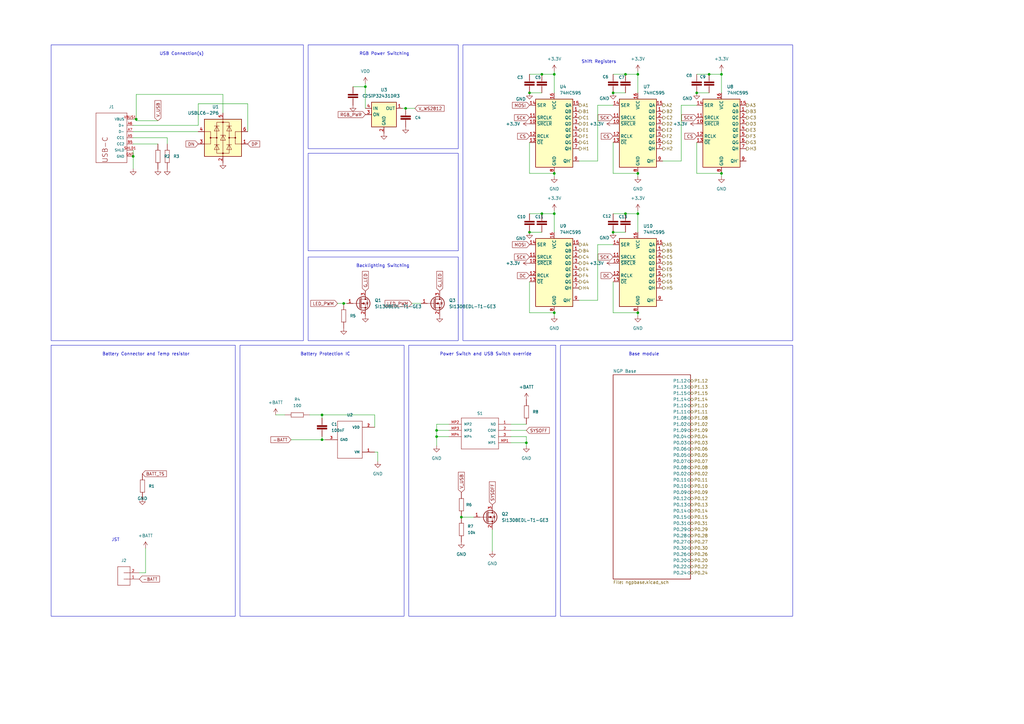
<source format=kicad_sch>
(kicad_sch (version 20231120) (generator "eeschema") (generator_version "8.0")
  (paper "A3")
  (title_block (title "Next Generation Platform Template") (date "2024-03-11") (rev "V1.0") (company "Polarity Works Ltd."))
  (lib_symbols
    (symbol "74xx:74HC595"
      (property "Reference" "U" (at -7.62 13.97 0))
      (property "Value" "74HC595" (at -7.62 -16.51 0))
      (symbol "74HC595_1_0"
        (pin tri_state line (at 10.16 7.62 180) (length 2.54) (name "QB") (number "1"))
        (pin input line (at -10.16 2.54 0) (length 2.54) (name "~{SRCLR}") (number "10"))
        (pin input line (at -10.16 5.08 0) (length 2.54) (name "SRCLK") (number "11"))
        (pin input line (at -10.16 -2.54 0) (length 2.54) (name "RCLK") (number "12"))
        (pin input line (at -10.16 -5.08 0) (length 2.54) (name "~{OE}") (number "13"))
        (pin input line (at -10.16 10.16 0) (length 2.54) (name "SER") (number "14"))
        (pin tri_state line (at 10.16 10.16 180) (length 2.54) (name "QA") (number "15"))
        (pin power_in line (at 0 15.24 270) (length 2.54) (name "VCC") (number "16"))
        (pin tri_state line (at 10.16 5.08 180) (length 2.54) (name "QC") (number "2"))
        (pin tri_state line (at 10.16 2.54 180) (length 2.54) (name "QD") (number "3"))
        (pin tri_state line (at 10.16 0 180) (length 2.54) (name "QE") (number "4"))
        (pin tri_state line (at 10.16 -2.54 180) (length 2.54) (name "QF") (number "5"))
        (pin tri_state line (at 10.16 -5.08 180) (length 2.54) (name "QG") (number "6"))
        (pin tri_state line (at 10.16 -7.62 180) (length 2.54) (name "QH") (number "7"))
        (pin power_in line (at 0 -17.78 90) (length 2.54) (name "GND") (number "8"))
        (pin output line (at 10.16 -12.7 180) (length 2.54) (name "QH'") (number "9"))
      )
      (symbol "74HC595_1_1"
        (rectangle (start -7.62 12.7) (end 7.62 -15.24) (stroke (width 0.254)) (fill (type background)))
      )
    )
    (symbol "ergo-pw:+3.3V" (power) (pin_names (offset 0))
      (property "Value" "+3.3V" (at 0 3.556 0))
      (symbol "+3.3V_0_1"
        (polyline (pts (xy -0.762 1.27) (xy 0 2.54)))
        (polyline (pts (xy 0 0) (xy 0 2.54)))
        (polyline (pts (xy 0 2.54) (xy 0.762 1.27)))
      )
      (symbol "+3.3V_1_1"
        (pin power_in line (at 0 0 90) (length 0) hide (name "+3.3V") (number "1"))
      )
    )
    (symbol "ergo-pw:+BATT" (power) (pin_names (offset 0))
      (property "Value" "+BATT" (at 0 3.556 0))
      (symbol "+BATT_0_1"
        (polyline (pts (xy -0.762 1.27) (xy 0 2.54)))
        (polyline (pts (xy 0 0) (xy 0 2.54)))
        (polyline (pts (xy 0 2.54) (xy 0.762 1.27)))
      )
      (symbol "+BATT_1_1"
        (pin power_in line (at 0 0 90) (length 0) hide (name "+BATT") (number "1"))
      )
    )
    (symbol "ergo-pw:BM02B-SRSS-TB" (pin_names (offset 1.016) hide)
      (property "Reference" "J" (at -1.27 3.302 0))
      (symbol "BM02B-SRSS-TB_1_0"
        (polyline (pts (xy -1.27 2.54) (xy -1.27 -5.08)))
        (polyline (pts (xy -1.27 2.54) (xy 3.81 2.54)))
        (polyline (pts (xy 1.27 -2.54) (xy 2.54 -2.54)))
        (polyline (pts (xy 1.27 0) (xy 2.54 0)))
        (polyline (pts (xy 3.81 -5.08) (xy -1.27 -5.08)))
        (polyline (pts (xy 3.81 -5.08) (xy 3.81 2.54)))
      )
      (symbol "BM02B-SRSS-TB_1_1"
        (pin passive line (at 7.62 -2.54 180) (length 5.08) (name "1") (number "1"))
        (pin passive line (at 7.62 0 180) (length 5.08) (name "2") (number "2"))
      )
    )
    (symbol "ergo-pw:C-EUC0603" (pin_numbers hide) (pin_names (offset 1.016) hide)
      (property "Reference" "C" (at 1.524 0.381 0))
      (symbol "C-EUC0603_1_0"
        (polyline (pts (xy 0 -2.54) (xy 0 -2.032)))
        (polyline (pts (xy 0 0) (xy 0 -0.508)))
      )
      (symbol "C-EUC0603_1_1"
        (rectangle (start -2.032 -2.032) (end 2.032 -1.524) (fill (type outline)))
        (rectangle (start -2.032 -1.016) (end 2.032 -0.508) (fill (type outline)))
        (pin passive line (at 0 2.54 270) (length 2.54) (name "1") (number "1"))
        (pin passive line (at 0 -5.08 90) (length 2.54) (name "2") (number "2"))
      )
    )
    (symbol "ergo-pw:GND" (power) (pin_numbers hide) (pin_names (offset 0) hide)
      (property "Value" "GND" (at 0 -3.81 0))
      (symbol "GND_0_1"
        (polyline (pts (xy 0 0) (xy 0 -1.27) (xy 1.27 -1.27) (xy 0 -2.54) (xy -1.27 -1.27) (xy 0 -1.27)))
      )
      (symbol "GND_1_1"
        (pin power_in line (at 0 0 270) (length 0) hide (name "GND") (number "1"))
      )
    )
    (symbol "ergo-pw:Q_NMOS_Depletion_GSD" (pin_names (offset 0) hide)
      (property "Reference" "Q" (at 5.08 1.905 0))
      (property "Value" "Q_NMOS_Depletion_GSD" (at 5.08 0 0))
      (symbol "Q_NMOS_Depletion_GSD_0_1"
        (polyline (pts (xy 0.254 0) (xy -2.54 0)))
        (polyline (pts (xy 0.254 1.905) (xy 0.254 -1.905)) (stroke (width 0.254)))
        (polyline (pts (xy 0.762 2.286) (xy 0.762 -2.286)) (stroke (width 0.254)))
        (polyline (pts (xy 2.54 2.54) (xy 2.54 1.778)))
        (polyline (pts (xy 2.54 -2.54) (xy 2.54 0) (xy 0.762 0)))
        (polyline (pts (xy 0.762 -1.778) (xy 3.302 -1.778) (xy 3.302 1.778) (xy 0.762 1.778)))
        (polyline (pts (xy 1.016 0) (xy 2.032 0.381) (xy 2.032 -0.381) (xy 1.016 0)) (fill (type outline)))
        (polyline (pts (xy 2.794 0.508) (xy 2.921 0.381) (xy 3.683 0.381) (xy 3.81 0.254)))
        (polyline (pts (xy 3.302 0.381) (xy 2.921 -0.254) (xy 3.683 -0.254) (xy 3.302 0.381)))
        (circle (center 1.651 0) (radius 2.794) (stroke (width 0.254)))
        (circle (center 2.54 -1.778) (radius 0.254) (fill (type outline)))
        (circle (center 2.54 1.778) (radius 0.254) (fill (type outline)))
      )
      (symbol "Q_NMOS_Depletion_GSD_1_1"
        (pin input line (at -5.08 0 0) (length 2.54) (name "G") (number "1"))
        (pin passive line (at 2.54 -5.08 90) (length 2.54) (name "S") (number "2"))
        (pin passive line (at 2.54 5.08 270) (length 2.54) (name "D") (number "3"))
      )
    )
    (symbol "ergo-pw:R-EU_R0603" (pin_numbers hide) (pin_names (offset 1.016) hide)
      (property "Reference" "R" (at -3.81 1.4986 0))
      (symbol "R-EU_R0603_1_0"
        (polyline (pts (xy -2.54 -0.889) (xy -2.54 0.889)))
        (polyline (pts (xy -2.54 -0.889) (xy 2.54 -0.889)))
        (polyline (pts (xy 2.54 -0.889) (xy 2.54 0.889)))
        (polyline (pts (xy 2.54 0.889) (xy -2.54 0.889)))
      )
      (symbol "R-EU_R0603_1_1"
        (pin passive line (at -5.08 0 0) (length 2.54) (name "1") (number "1"))
        (pin passive line (at 5.08 0 180) (length 2.54) (name "2") (number "2"))
      )
    )
    (symbol "ergo-pw:SK-3296S-01-L1" (pin_names (offset 1.016))
      (property "Reference" "S" (at 21.59 7.62 0))
      (property "Link" "https://lcsc.com/product-detail/Slide-Switches_span-style-background-color-ff0-XKB-span-span-style-background-color-ff0-Connectivity-span-SK-3296S-01-L2_C500051.html" (at 0 0 0))
      (symbol "SK-3296S-01-L1_1_0"
        (polyline (pts (xy 5.08 2.54) (xy 5.08 -10.16)))
        (polyline (pts (xy 5.08 2.54) (xy 20.32 2.54)))
        (polyline (pts (xy 20.32 -10.16) (xy 5.08 -10.16)))
        (polyline (pts (xy 20.32 -10.16) (xy 20.32 2.54)))
      )
      (symbol "SK-3296S-01-L1_1_1"
        (pin bidirectional line (at 0 0 0) (length 5.08) (name "NO") (number "1"))
        (pin bidirectional line (at 0 -2.54 0) (length 5.08) (name "COM") (number "2"))
        (pin unspecified line (at 0 -5.08 0) (length 5.08) (name "NC") (number "3"))
        (pin bidirectional line (at 0 -7.62 0) (length 5.08) (name "MP1") (number "MP1"))
        (pin bidirectional line (at 25.4 0 180) (length 5.08) (name "MP2") (number "MP2"))
        (pin bidirectional line (at 25.4 -2.54 180) (length 5.08) (name "MP3") (number "MP3"))
        (pin bidirectional line (at 25.4 -5.08 180) (length 5.08) (name "MP4") (number "MP4"))
      )
    )
    (symbol "ergo-pw:SiP32431DR3"
      (property "Reference" "U" (at 0 8.89 0))
      (property "Value" "SiP32431DR3" (at 0 6.35 0))
      (symbol "SiP32431DR3_0_1"
        (rectangle (start -5.08 5.08) (end 5.08 -5.08) (stroke (width 0.254)) (fill (type background)))
      )
      (symbol "SiP32431DR3_1_1"
        (pin passive line (at 7.62 2.54 180) (length 2.54) (name "OUT") (number "1"))
        (pin power_in line (at 0 -7.62 90) (length 2.54) (name "GND") (number "2"))
        (pin input line (at -7.62 0 0) (length 2.54) (name "ON") (number "3"))
        (pin passive line (at -7.62 2.54 0) (length 2.54) (name "IN") (number "4"))
        (pin passive line (at 0 -7.62 90) (length 2.54) hide (name "GND") (number "5"))
        (pin no_connect line (at 5.08 0 180) (length 2.54) hide (name "NC") (number "6"))
      )
    )
    (symbol "ergo-pw:USBLC6-2SC6" (pin_names hide)
      (property "Reference" "U" (at 2.54 8.89 0))
      (property "Value" "USBLC6-2SC6" (at 2.54 -8.89 0))
      (symbol "USBLC6-2SC6_0_1"
        (rectangle (start -7.62 -7.62) (end 7.62 7.62) (stroke (width 0.254)) (fill (type background)))
        (circle (center -5.08 0) (radius 0.254) (fill (type outline)))
        (circle (center -2.54 0) (radius 0.254) (fill (type outline)))
        (rectangle (start -2.54 6.35) (end 2.54 -6.35))
        (circle (center 0 -6.35) (radius 0.254) (fill (type outline)))
        (polyline (pts (xy -5.08 -2.54) (xy -7.62 -2.54)))
        (polyline (pts (xy -5.08 0) (xy -5.08 -2.54)))
        (polyline (pts (xy -5.08 2.54) (xy -7.62 2.54)))
        (polyline (pts (xy -1.524 -2.794) (xy -3.556 -2.794)))
        (polyline (pts (xy -1.524 4.826) (xy -3.556 4.826)))
        (polyline (pts (xy 0 -7.62) (xy 0 -6.35)))
        (polyline (pts (xy 0 -6.35) (xy 0 1.27)))
        (polyline (pts (xy 0 1.27) (xy 0 6.35)))
        (polyline (pts (xy 0 6.35) (xy 0 7.62)))
        (polyline (pts (xy 1.524 -2.794) (xy 3.556 -2.794)))
        (polyline (pts (xy 1.524 4.826) (xy 3.556 4.826)))
        (polyline (pts (xy 5.08 -2.54) (xy 7.62 -2.54)))
        (polyline (pts (xy 5.08 0) (xy 5.08 -2.54)))
        (polyline (pts (xy 5.08 2.54) (xy 7.62 2.54)))
        (polyline (pts (xy -2.54 0) (xy -5.08 0) (xy -5.08 2.54)))
        (polyline (pts (xy 2.54 0) (xy 5.08 0) (xy 5.08 2.54)))
        (polyline (pts (xy -3.556 -4.826) (xy -1.524 -4.826) (xy -2.54 -2.794) (xy -3.556 -4.826)))
        (polyline (pts (xy -3.556 2.794) (xy -1.524 2.794) (xy -2.54 4.826) (xy -3.556 2.794)))
        (polyline (pts (xy -1.016 -1.016) (xy 1.016 -1.016) (xy 0 1.016) (xy -1.016 -1.016)))
        (polyline (pts (xy 1.016 1.016) (xy 0.762 1.016) (xy -1.016 1.016) (xy -1.016 0.508)))
        (polyline (pts (xy 3.556 -4.826) (xy 1.524 -4.826) (xy 2.54 -2.794) (xy 3.556 -4.826)))
        (polyline (pts (xy 3.556 2.794) (xy 1.524 2.794) (xy 2.54 4.826) (xy 3.556 2.794)))
        (circle (center 0 6.35) (radius 0.254) (fill (type outline)))
        (circle (center 2.54 0) (radius 0.254) (fill (type outline)))
        (circle (center 5.08 0) (radius 0.254) (fill (type outline)))
      )
      (symbol "USBLC6-2SC6_1_1"
        (pin passive line (at -10.16 -2.54 0) (length 2.54) (name "I/O1") (number "1"))
        (pin passive line (at 0 -10.16 90) (length 2.54) (name "GND") (number "2"))
        (pin passive line (at 10.16 -2.54 180) (length 2.54) (name "I/O2") (number "3"))
        (pin passive line (at 10.16 2.54 180) (length 2.54) (name "I/O2") (number "4"))
        (pin passive line (at 0 10.16 270) (length 2.54) (name "VBUS") (number "5"))
        (pin passive line (at -10.16 2.54 0) (length 2.54) (name "I/O1") (number "6"))
      )
    )
    (symbol "ergo-pw:VDD" (power) (pin_names (offset 0))
      (property "Value" "VDD" (at 0 3.81 0))
      (symbol "VDD_0_1"
        (polyline (pts (xy -0.762 1.27) (xy 0 2.54)))
        (polyline (pts (xy 0 0) (xy 0 2.54)))
        (polyline (pts (xy 0 2.54) (xy 0.762 1.27)))
      )
      (symbol "VDD_1_1"
        (pin power_in line (at 0 0 90) (length 0) hide (name "VDD") (number "1"))
      )
    )
    (symbol "ergo-pw:XB3303ASOT23" (pin_names (offset 1.016))
      (property "Reference" "U" (at 7.62 12.7 0))
      (symbol "XB3303ASOT23_1_0"
        (polyline (pts (xy 7.62 -7.62) (xy 7.62 7.62)))
        (polyline (pts (xy 7.62 7.62) (xy 17.78 7.62)))
        (polyline (pts (xy 17.78 -7.62) (xy 7.62 -7.62)))
        (polyline (pts (xy 17.78 7.62) (xy 17.78 -7.62)))
      )
      (symbol "XB3303ASOT23_1_1"
        (pin bidirectional line (at 2.54 5.08 0) (length 5.08) (name "VM") (number "1"))
        (pin bidirectional line (at 2.54 -5.08 0) (length 5.08) (name "VDD") (number "2"))
        (pin bidirectional line (at 22.86 0 180) (length 5.08) (name "GND") (number "3"))
      )
    )
    (symbol "ergo-pw:XKB-USB-C16PIN" (pin_names (offset 1.016))
      (property "Reference" "J" (at -2.54 10.414 0))
      (symbol "XKB-USB-C16PIN_1_0"
        (polyline (pts (xy -2.54 -10.16) (xy -2.54 10.16)))
        (polyline (pts (xy -2.54 -10.16) (xy 10.16 -10.16)))
        (polyline (pts (xy 10.16 -10.16) (xy 10.16 10.16)))
        (polyline (pts (xy 10.16 10.16) (xy -2.54 10.16)))
        (text "USB-C" (at 1.1938 -4.8768 900) (effects (font (size 2.032 2.032))))
      )
      (symbol "XKB-USB-C16PIN_1_1"
        (pin bidirectional line (at 12.7 0 180) (length 2.54) (name "CC1") (number "A5"))
        (pin bidirectional line (at 12.7 5.08 180) (length 2.54) (name "D+") (number "A6"))
        (pin bidirectional line (at 12.7 2.54 180) (length 2.54) (name "D-") (number "A7"))
        (pin bidirectional line (at 12.7 -2.54 180) (length 2.54) (name "CC2") (number "B5"))
        (pin bidirectional line (at 12.7 5.08 180) (length 2.54) hide (name "D+") (number "B6"))
        (pin bidirectional line (at 12.7 2.54 180) (length 2.54) hide (name "D-") (number "B7"))
        (pin bidirectional line (at 12.7 -7.62 180) (length 2.54) (name "GND") (number "GND"))
        (pin bidirectional line (at 12.7 -7.62 180) (length 2.54) hide (name "GND") (number "GND2"))
        (pin bidirectional line (at 12.7 -5.08 180) (length 2.54) (name "SHLD") (number "SHLD1"))
        (pin bidirectional line (at 12.7 7.62 180) (length 2.54) (name "VBUS") (number "VBUS1"))
        (pin bidirectional line (at 12.7 7.62 180) (length 2.54) hide (name "VBUS") (number "VBUS2"))
      )
    )
  )
  (junction (at 256.54 87.63))
  (junction (at 227.33 87.63))
  (junction (at 251.46 95.25))
  (junction (at 227.33 71.12))
  (junction (at 222.25 30.48))
  (junction (at 179.07 176.53))
  (junction (at 217.17 95.25))
  (junction (at 179.07 179.07))
  (junction (at 222.25 87.63))
  (junction (at 251.46 38.1))
  (junction (at 227.33 128.27))
  (junction (at 149.86 35.56))
  (junction (at 261.62 71.12))
  (junction (at 295.91 71.12))
  (junction (at 256.54 30.48))
  (junction (at 227.33 30.48))
  (junction (at 217.17 38.1))
  (junction (at 55.88 48.895))
  (junction (at 261.62 87.63))
  (junction (at 189.23 212.09))
  (junction (at 140.97 124.46))
  (junction (at 132.08 180.34))
  (junction (at 132.08 170.18))
  (junction (at 261.62 30.48))
  (junction (at 285.75 38.1))
  (junction (at 215.9 181.61))
  (junction (at 166.37 44.45))
  (junction (at 290.83 30.48))
  (junction (at 295.91 30.48))
  (junction (at 54.61 64.135))
  (junction (at 261.62 128.27))
  (wire (pts (xy 59.69 224.79) (xy 59.69 234.95)))
  (wire (pts (xy 251.46 71.12) (xy 261.62 71.12)))
  (wire (pts (xy 217.17 71.12) (xy 227.33 71.12)))
  (wire (pts (xy 285.75 71.12) (xy 295.91 71.12)))
  (wire (pts (xy 251.46 95.25) (xy 256.54 95.25)))
  (wire (pts (xy 132.08 170.18) (xy 153.67 170.18)))
  (wire (pts (xy 68.58 56.515) (xy 68.58 59.055)))
  (wire (pts (xy 179.07 176.53) (xy 184.15 176.53)))
  (wire (pts (xy 295.91 30.48) (xy 295.91 38.1)))
  (wire (pts (xy 54.61 59.055) (xy 64.77 59.055)))
  (wire (pts (xy 261.62 29.21) (xy 261.62 30.48)))
  (wire (pts (xy 209.55 173.99) (xy 215.9 173.99)))
  (wire (pts (xy 154.94 185.42) (xy 154.94 189.23)))
  (wire (pts (xy 81.28 42.545) (xy 101.6 42.545)))
  (wire (pts (xy 227.33 29.21) (xy 227.33 30.48)))
  (wire (pts (xy 279.4 66.04) (xy 279.4 43.18)))
  (wire (pts (xy 179.07 179.07) (xy 184.15 179.07)))
  (wire (pts (xy 215.9 179.07) (xy 215.9 181.61)))
  (wire (pts (xy 261.62 128.27) (xy 261.62 129.54)))
  (wire (pts (xy 285.75 38.1) (xy 290.83 38.1)))
  (wire (pts (xy 54.61 48.895) (xy 55.88 48.895)))
  (wire (pts (xy 179.07 179.07) (xy 179.07 176.53)))
  (wire (pts (xy 261.62 71.12) (xy 261.62 72.39)))
  (wire (pts (xy 256.54 87.63) (xy 261.62 87.63)))
  (wire (pts (xy 217.17 38.1) (xy 222.25 38.1)))
  (wire (pts (xy 251.46 115.57) (xy 251.46 128.27)))
  (wire (pts (xy 54.61 64.135) (xy 54.61 69.215)))
  (wire (pts (xy 166.37 44.45) (xy 170.18 44.45)))
  (wire (pts (xy 217.17 115.57) (xy 217.17 128.27)))
  (wire (pts (xy 153.67 185.42) (xy 154.94 185.42)))
  (wire (pts (xy 217.17 128.27) (xy 227.33 128.27)))
  (wire (pts (xy 245.11 43.18) (xy 251.46 43.18)))
  (wire (pts (xy 261.62 86.36) (xy 261.62 87.63)))
  (wire (pts (xy 209.55 179.07) (xy 215.9 179.07)))
  (wire (pts (xy 132.08 179.07) (xy 132.08 180.34)))
  (wire (pts (xy 251.46 58.42) (xy 251.46 71.12)))
  (wire (pts (xy 91.44 46.355) (xy 91.44 38.735)))
  (wire (pts (xy 179.07 176.53) (xy 179.07 173.99)))
  (wire (pts (xy 55.88 49.53) (xy 64.77 49.53)))
  (wire (pts (xy 251.46 87.63) (xy 256.54 87.63)))
  (wire (pts (xy 138.43 124.46) (xy 140.97 124.46)))
  (wire (pts (xy 227.33 87.63) (xy 227.33 95.25)))
  (wire (pts (xy 245.11 123.19) (xy 245.11 100.33)))
  (wire (pts (xy 261.62 87.63) (xy 261.62 95.25)))
  (wire (pts (xy 245.11 100.33) (xy 251.46 100.33)))
  (wire (pts (xy 153.67 170.18) (xy 153.67 175.26)))
  (wire (pts (xy 285.75 58.42) (xy 285.75 71.12)))
  (wire (pts (xy 113.03 170.18) (xy 116.84 170.18)))
  (wire (pts (xy 217.17 58.42) (xy 217.17 71.12)))
  (wire (pts (xy 251.46 128.27) (xy 261.62 128.27)))
  (wire (pts (xy 251.46 30.48) (xy 256.54 30.48)))
  (wire (pts (xy 132.08 180.34) (xy 133.35 180.34)))
  (wire (pts (xy 168.91 124.46) (xy 172.72 124.46)))
  (wire (pts (xy 149.86 35.56) (xy 149.86 44.45)))
  (wire (pts (xy 227.33 86.36) (xy 227.33 87.63)))
  (wire (pts (xy 91.44 38.735) (xy 55.88 38.735)))
  (wire (pts (xy 54.61 61.595) (xy 54.61 64.135)))
  (wire (pts (xy 227.33 71.12) (xy 227.33 72.39)))
  (wire (pts (xy 237.49 66.04) (xy 245.11 66.04)))
  (wire (pts (xy 256.54 30.48) (xy 261.62 30.48)))
  (wire (pts (xy 217.17 95.25) (xy 222.25 95.25)))
  (wire (pts (xy 237.49 123.19) (xy 245.11 123.19)))
  (wire (pts (xy 54.61 51.435) (xy 81.28 51.435)))
  (wire (pts (xy 261.62 30.48) (xy 261.62 38.1)))
  (wire (pts (xy 285.75 30.48) (xy 290.83 30.48)))
  (wire (pts (xy 227.33 128.27) (xy 227.33 129.54)))
  (wire (pts (xy 209.55 181.61) (xy 215.9 181.61)))
  (wire (pts (xy 217.17 30.48) (xy 222.25 30.48)))
  (wire (pts (xy 179.07 173.99) (xy 184.15 173.99)))
  (wire (pts (xy 179.07 182.88) (xy 179.07 179.07)))
  (wire (pts (xy 227.33 30.48) (xy 227.33 38.1)))
  (wire (pts (xy 222.25 30.48) (xy 227.33 30.48)))
  (wire (pts (xy 279.4 43.18) (xy 285.75 43.18)))
  (wire (pts (xy 55.88 38.735) (xy 55.88 48.895)))
  (wire (pts (xy 81.28 51.435) (xy 81.28 42.545)))
  (wire (pts (xy 54.61 56.515) (xy 68.58 56.515)))
  (wire (pts (xy 54.61 53.975) (xy 81.28 53.975)))
  (wire (pts (xy 295.91 71.12) (xy 295.91 72.39)))
  (wire (pts (xy 101.6 42.545) (xy 101.6 53.975)))
  (wire (pts (xy 55.88 49.53) (xy 55.88 48.895)))
  (wire (pts (xy 222.25 87.63) (xy 227.33 87.63)))
  (wire (pts (xy 149.86 34.29) (xy 149.86 35.56)))
  (wire (pts (xy 144.78 35.56) (xy 149.86 35.56)))
  (wire (pts (xy 140.97 124.46) (xy 142.24 124.46)))
  (wire (pts (xy 57.15 234.95) (xy 59.69 234.95)))
  (wire (pts (xy 189.23 212.09) (xy 194.31 212.09)))
  (wire (pts (xy 201.93 217.17) (xy 201.93 226.06)))
  (wire (pts (xy 251.46 38.1) (xy 256.54 38.1)))
  (wire (pts (xy 127 170.18) (xy 132.08 170.18)))
  (wire (pts (xy 290.83 30.48) (xy 295.91 30.48)))
  (wire (pts (xy 215.9 182.88) (xy 215.9 181.61)))
  (wire (pts (xy 132.08 180.34) (xy 119.38 180.34)))
  (wire (pts (xy 245.11 66.04) (xy 245.11 43.18)))
  (wire (pts (xy 132.08 171.45) (xy 132.08 170.18)))
  (wire (pts (xy 165.1 44.45) (xy 166.37 44.45)))
  (wire (pts (xy 217.17 87.63) (xy 222.25 87.63)))
  (wire (pts (xy 295.91 29.21) (xy 295.91 30.48)))
  (wire (pts (xy 271.78 66.04) (xy 279.4 66.04)))
  (wire (pts (xy 209.55 176.53) (xy 215.9 176.53)))
  (rectangle (start 229.87 141.605) (end 325.12 252.73))
  (rectangle (start 126.365 18.415) (end 187.96 60.96))
  (rectangle (start 167.64 141.605) (end 227.965 252.73))
  (rectangle (start 189.865 18.415) (end 325.12 139.7))
  (rectangle (start 126.365 62.865) (end 187.96 102.87))
  (rectangle (start 20.955 18.415) (end 124.46 139.7))
  (rectangle (start 98.425 141.605) (end 165.735 252.73))
  (rectangle (start 20.955 141.605) (end 96.52 252.73))
  (rectangle (start 126.365 105.41) (end 187.96 139.7))
  (text "Shift Registers" (at 245.618 25.4 0) (effects (font (size 1.27 1.27))))
  (text "USB Connection(s)" (at 65.405 22.86 0) (effects (font (size 1.27 1.27)) (justify left bottom)))
  (text "Battery Connector and Temp resistor" (at 41.91 146.05 0) (effects (font (size 1.27 1.27)) (justify left bottom)))
  (text "Battery Protection IC" (at 123.19 146.05 0) (effects (font (size 1.27 1.27)) (justify left bottom)))
  (text "JST" (at 45.72 222.25 0) (effects (font (size 1.27 1.27)) (justify left bottom)))
  (text "Base module" (at 257.81 146.05 0) (effects (font (size 1.27 1.27)) (justify left bottom)))
  (text "Backlighting Switching" (at 146.05 109.855 0) (effects (font (size 1.27 1.27)) (justify left bottom)))
  (text "Power Switch and USB Switch override" (at 180.34 146.05 0) (effects (font (size 1.27 1.27)) (justify left bottom)))
  (text "RGB Power Switching" (at 147.32 22.86 0) (effects (font (size 1.27 1.27)) (justify left bottom)))
  (global_label "CS" (shape input) (at 285.75 55.88 180) (property "Intersheetrefs" "${INTERSHEET_REFS}" (effects (hide yes))))
  (global_label "-BATT" (shape input) (at 57.15 237.49 0) (property "Intersheetrefs" "${INTERSHEET_REFS}" (effects (hide yes))))
  (global_label "SYSOFF" (shape input) (at 201.93 207.01 90) (property "Intersheetrefs" "${INTERSHEET_REFS}" (effects (hide yes))))
  (global_label "LED_PWM" (shape input) (at 168.91 124.46 180) (property "Intersheetrefs" "${INTERSHEET_REFS}" (effects (hide yes))))
  (global_label "V_USB" (shape input) (at 64.77 49.53 90) (property "Intersheetrefs" "${INTERSHEET_REFS}" (effects (hide yes))))
  (global_label "LED_PWM" (shape input) (at 138.43 124.46 180) (property "Intersheetrefs" "${INTERSHEET_REFS}" (effects (hide yes))))
  (global_label "SCK" (shape input) (at 251.46 105.41 180) (property "Intersheetrefs" "${INTERSHEET_REFS}" (effects (hide yes))))
  (global_label "-BATT" (shape input) (at 119.38 180.34 180) (property "Intersheetrefs" "${INTERSHEET_REFS}" (effects (hide yes))))
  (global_label "DC" (shape input) (at 217.17 113.03 180) (property "Intersheetrefs" "${INTERSHEET_REFS}" (effects (hide yes))))
  (global_label "DC" (shape input) (at 251.46 113.03 180) (property "Intersheetrefs" "${INTERSHEET_REFS}" (effects (hide yes))))
  (global_label "MOSI" (shape input) (at 217.17 43.18 180) (property "Intersheetrefs" "${INTERSHEET_REFS}" (effects (hide yes))))
  (global_label "V_USB" (shape input) (at 189.23 201.93 90) (property "Intersheetrefs" "${INTERSHEET_REFS}" (effects (hide yes))))
  (global_label "DN" (shape input) (at 81.28 59.055 180) (property "Intersheetrefs" "${INTERSHEET_REFS}" (effects (hide yes))))
  (global_label "MOSI" (shape input) (at 217.17 100.33 180) (property "Intersheetrefs" "${INTERSHEET_REFS}" (effects (hide yes))))
  (global_label "CS" (shape input) (at 217.17 55.88 180) (property "Intersheetrefs" "${INTERSHEET_REFS}" (effects (hide yes))))
  (global_label "SCK" (shape input) (at 217.17 48.26 180) (property "Intersheetrefs" "${INTERSHEET_REFS}" (effects (hide yes))))
  (global_label "SCK" (shape input) (at 217.17 105.41 180) (property "Intersheetrefs" "${INTERSHEET_REFS}" (effects (hide yes))))
  (global_label "CS" (shape input) (at 251.46 55.88 180) (property "Intersheetrefs" "${INTERSHEET_REFS}" (effects (hide yes))))
  (global_label "SCK" (shape input) (at 285.75 48.26 180) (property "Intersheetrefs" "${INTERSHEET_REFS}" (effects (hide yes))))
  (global_label "BATT_TS" (shape input) (at 58.42 194.31 0) (property "Intersheetrefs" "${INTERSHEET_REFS}" (effects (hide yes))))
  (global_label "G_LED" (shape input) (at 149.86 119.38 90) (property "Intersheetrefs" "${INTERSHEET_REFS}" (effects (hide yes))))
  (global_label "RGB_PWR" (shape input) (at 149.86 46.99 180) (property "Intersheetrefs" "${INTERSHEET_REFS}" (effects (hide yes))))
  (global_label "SCK" (shape input) (at 251.46 48.26 180) (property "Intersheetrefs" "${INTERSHEET_REFS}" (effects (hide yes))))
  (global_label "DP" (shape input) (at 101.6 59.055 0) (property "Intersheetrefs" "${INTERSHEET_REFS}" (effects (hide yes))))
  (global_label "G_LED" (shape input) (at 180.34 119.38 90) (property "Intersheetrefs" "${INTERSHEET_REFS}" (effects (hide yes))))
  (global_label "SYSOFF" (shape input) (at 215.9 176.53 0) (property "Intersheetrefs" "${INTERSHEET_REFS}" (effects (hide yes))))
  (global_label "V_WS2812" (shape input) (at 170.18 44.45 0) (property "Intersheetrefs" "${INTERSHEET_REFS}" (effects (hide yes))))
  (hierarchical_label "P0.15" (shape bidirectional) (at 283.21 212.09 0))
  (hierarchical_label "P0.10" (shape bidirectional) (at 283.21 199.39 0))
  (hierarchical_label "P1.09" (shape bidirectional) (at 283.21 176.53 0))
  (hierarchical_label "E1" (shape output) (at 237.49 53.34 0))
  (hierarchical_label "P0.06" (shape bidirectional) (at 283.21 184.15 0))
  (hierarchical_label "F4" (shape output) (at 237.49 113.03 0))
  (hierarchical_label "P0.09" (shape bidirectional) (at 283.21 201.93 0))
  (hierarchical_label "H5" (shape output) (at 271.78 118.11 0))
  (hierarchical_label "B4" (shape output) (at 237.49 102.87 0))
  (hierarchical_label "P0.03" (shape bidirectional) (at 283.21 181.61 0))
  (hierarchical_label "B1" (shape output) (at 237.49 45.72 0))
  (hierarchical_label "A3" (shape output) (at 306.07 43.18 0))
  (hierarchical_label "P0.31" (shape bidirectional) (at 283.21 214.63 0))
  (hierarchical_label "F5" (shape output) (at 271.78 113.03 0))
  (hierarchical_label "P1.02" (shape bidirectional) (at 283.21 173.99 0))
  (hierarchical_label "P0.20" (shape bidirectional) (at 283.21 229.87 0))
  (hierarchical_label "B5" (shape output) (at 271.78 102.87 0))
  (hierarchical_label "P0.07" (shape bidirectional) (at 283.21 189.23 0))
  (hierarchical_label "P0.22" (shape bidirectional) (at 283.21 232.41 0))
  (hierarchical_label "H3" (shape output) (at 306.07 60.96 0))
  (hierarchical_label "E4" (shape output) (at 237.49 110.49 0))
  (hierarchical_label "P1.08" (shape bidirectional) (at 283.21 171.45 0))
  (hierarchical_label "C1" (shape output) (at 237.49 48.26 0))
  (hierarchical_label "P0.29" (shape bidirectional) (at 283.21 217.17 0))
  (hierarchical_label "P0.26" (shape bidirectional) (at 283.21 227.33 0))
  (hierarchical_label "C2" (shape output) (at 271.78 48.26 0))
  (hierarchical_label "P0.27" (shape bidirectional) (at 283.21 222.25 0))
  (hierarchical_label "H2" (shape output) (at 271.78 60.96 0))
  (hierarchical_label "P0.13" (shape bidirectional) (at 283.21 207.01 0))
  (hierarchical_label "G1" (shape output) (at 237.49 58.42 0))
  (hierarchical_label "P0.08" (shape bidirectional) (at 283.21 191.77 0))
  (hierarchical_label "P0.14" (shape bidirectional) (at 283.21 209.55 0))
  (hierarchical_label "F3" (shape output) (at 306.07 55.88 0))
  (hierarchical_label "P0.30" (shape bidirectional) (at 283.21 224.79 0))
  (hierarchical_label "G4" (shape output) (at 237.49 115.57 0))
  (hierarchical_label "H4" (shape output) (at 237.49 118.11 0))
  (hierarchical_label "C4" (shape output) (at 237.49 105.41 0))
  (hierarchical_label "G3" (shape output) (at 306.07 58.42 0))
  (hierarchical_label "P0.12" (shape bidirectional) (at 283.21 204.47 0))
  (hierarchical_label "P1.12" (shape bidirectional) (at 283.21 156.21 0))
  (hierarchical_label "C5" (shape output) (at 271.78 105.41 0))
  (hierarchical_label "E3" (shape output) (at 306.07 53.34 0))
  (hierarchical_label "G2" (shape output) (at 271.78 58.42 0))
  (hierarchical_label "D3" (shape output) (at 306.07 50.8 0))
  (hierarchical_label "H1" (shape output) (at 237.49 60.96 0))
  (hierarchical_label "C3" (shape output) (at 306.07 48.26 0))
  (hierarchical_label "D5" (shape output) (at 271.78 107.95 0))
  (hierarchical_label "F1" (shape output) (at 237.49 55.88 0))
  (hierarchical_label "D2" (shape output) (at 271.78 50.8 0))
  (hierarchical_label "P0.04" (shape bidirectional) (at 283.21 179.07 0))
  (hierarchical_label "P1.11" (shape bidirectional) (at 283.21 168.91 0))
  (hierarchical_label "A2" (shape output) (at 271.78 43.18 0))
  (hierarchical_label "A4" (shape output) (at 237.49 100.33 0))
  (hierarchical_label "F2" (shape output) (at 271.78 55.88 0))
  (hierarchical_label "G5" (shape output) (at 271.78 115.57 0))
  (hierarchical_label "E5" (shape output) (at 271.78 110.49 0))
  (hierarchical_label "P0.11" (shape bidirectional) (at 283.21 196.85 0))
  (hierarchical_label "P1.13" (shape bidirectional) (at 283.21 158.75 0))
  (hierarchical_label "A5" (shape output) (at 271.78 100.33 0))
  (hierarchical_label "D1" (shape output) (at 237.49 50.8 0))
  (hierarchical_label "P0.24" (shape bidirectional) (at 283.21 234.95 0))
  (hierarchical_label "P0.02" (shape bidirectional) (at 283.21 194.31 0))
  (hierarchical_label "B3" (shape output) (at 306.07 45.72 0))
  (hierarchical_label "P1.10" (shape bidirectional) (at 283.21 166.37 0))
  (hierarchical_label "B2" (shape output) (at 271.78 45.72 0))
  (hierarchical_label "P0.05" (shape bidirectional) (at 283.21 186.69 0))
  (hierarchical_label "A1" (shape output) (at 237.49 43.18 0))
  (hierarchical_label "D4" (shape output) (at 237.49 107.95 0))
  (hierarchical_label "P0.28" (shape bidirectional) (at 283.21 219.71 0))
  (hierarchical_label "P1.14" (shape bidirectional) (at 283.21 163.83 0))
  (hierarchical_label "P1.15" (shape bidirectional) (at 283.21 161.29 0))
  (hierarchical_label "E2" (shape output) (at 271.78 53.34 0))
  (symbol (lib_id "ergo-pw:C-EUC0603") (at 166.37 46.99 0) (unit 1)
    (property "Reference" "C4" (at 170.18 48.26 0) (effects (font (size 1.143 1.143)) (justify left)))
    (property "Value" "100nF" (effects (hide yes)))
    (property "Footprint" "ergo-pw:C_0402_1005Metric" (effects (hide yes)))
    (property "LCSC Part" "C359190" (effects (hide yes)))
  )
  (symbol (lib_id "ergo-pw:C-EUC0603") (at 251.46 33.02 0) (unit 1)
    (property "Reference" "C6" (at 247.142 31.496 0) (effects (font (size 1.143 1.143)) (justify left)))
    (property "Value" "100nF" (effects (hide yes)))
    (property "Footprint" "ergo-pw:C_0402_1005Metric" (effects (hide yes)))
    (property "LCSC Part" "C359190" (effects (hide yes)))
    (property "Digikey Part" "1276-1002-2-ND" (effects (hide yes)))
  )
  (symbol (lib_id "ergo-pw:C-EUC0603") (at 217.17 33.02 0) (unit 1)
    (property "Reference" "C3" (at 212.09 31.75 0) (effects (font (size 1.143 1.143)) (justify left)))
    (property "Value" "100nF" (effects (hide yes)))
    (property "Footprint" "ergo-pw:C_0402_1005Metric" (effects (hide yes)))
    (property "LCSC Part" "C359190" (effects (hide yes)))
    (property "Digikey Part" "1276-1002-2-ND" (effects (hide yes)))
  )
  (symbol (lib_id "ergo-pw:GND") (at 54.61 69.215 0) (unit 1)
    (property "Reference" "#PWR04" (effects (hide yes)))
    (property "Value" "GND" (effects (hide yes)))
  )
  (symbol (lib_id "ergo-pw:GND") (at 154.94 189.23 0) (unit 1)
    (property "Reference" "#PWR019" (effects (hide yes)))
    (property "Value" "GND" (at 154.94 194.31 0))
  )
  (symbol (lib_id "ergo-pw:C-EUC0603") (at 144.78 38.1 0) (unit 1)
    (property "Reference" "C2" (at 148.59 39.37 0) (effects (font (size 1.143 1.143)) (justify left)))
    (property "Value" "1uF" (effects (hide yes)))
    (property "Footprint" "ergo-pw:C_0402_1005Metric" (effects (hide yes)))
    (property "LCSC Part" "C52923" (effects (hide yes)))
  )
  (symbol (lib_id "74xx:74HC595") (at 227.33 53.34 0) (unit 1)
    (property "Reference" "U4" (at 229.5241 35.56 0) (effects (justify left)))
    (property "Value" "74HC595" (at 229.5241 38.1 0) (effects (justify left)))
    (property "Footprint" "Package_DFN_QFN:DHVQFN-16-1EP_2.5x3.5mm_P0.5mm_EP1x2mm" (effects (hide yes)))
    (property "Datasheet" "http://www.ti.com/lit/ds/symlink/sn74hc595.pdf" (effects (hide yes)))
    (property "Description" "8-bit serial in/out Shift Register 3-State Outputs" (effects (hide yes)))
    (property "Digikey Part" "1727-3327-2-ND" (effects (hide yes)))
    (property "LCSC Part" "C730243" (effects (hide yes)))
  )
  (symbol (lib_id "ergo-pw:C-EUC0603") (at 222.25 35.56 180) (unit 1)
    (property "Reference" "C5" (at 219.456 31.75 0) (effects (font (size 1.143 1.143)) (justify right)))
    (property "Value" "1uF" (effects (hide yes)))
    (property "Footprint" "ergo-pw:C_0402_1005Metric" (effects (hide yes)))
    (property "LCSC Part" "C52923" (effects (hide yes)))
  )
  (symbol (lib_id "ergo-pw:GND") (at 157.48 54.61 0) (unit 1)
    (property "Reference" "#PWR020" (effects (hide yes)))
    (property "Value" "GND" (effects (hide yes)))
  )
  (symbol (lib_id "74xx:74HC595") (at 261.62 110.49 0) (unit 1)
    (property "Reference" "U10" (at 263.8141 92.71 0) (effects (justify left)))
    (property "Value" "74HC595" (at 263.8141 95.25 0) (effects (justify left)))
    (property "Footprint" "Package_DFN_QFN:DHVQFN-16-1EP_2.5x3.5mm_P0.5mm_EP1x2mm" (effects (hide yes)))
    (property "Datasheet" "http://www.ti.com/lit/ds/symlink/sn74hc595.pdf" (effects (hide yes)))
    (property "Description" "8-bit serial in/out Shift Register 3-State Outputs" (effects (hide yes)))
    (property "Digikey Part" "1727-3327-2-ND" (effects (hide yes)))
    (property "LCSC Part" "C730243" (effects (hide yes)))
  )
  (symbol (lib_id "ergo-pw:R-EU_R0603") (at 215.9 168.91 90) (unit 1)
    (property "Reference" "R8" (at 218.44 168.91 90) (effects (font (size 1.143 1.143)) (justify right)))
    (property "Value" "100k" (effects (hide yes)))
    (property "Footprint" "ergo-pw:R_0402_1005Metric" (effects (hide yes)))
    (property "LCSC Part" "C2906883" (effects (hide yes)))
  )
  (symbol (lib_id "ergo-pw:+3.3V") (at 261.62 86.36 0) (unit 1)
    (property "Reference" "#PWR040" (effects (hide yes)))
    (property "Value" "+3.3V" (at 261.62 81.28 0))
    (property "Description" "Power symbol creates a global label with name \"+3.3V\"" (effects (hide yes)))
  )
  (symbol (lib_id "ergo-pw:GND") (at 64.77 69.215 0) (unit 1)
    (property "Reference" "#PWR08" (effects (hide yes)))
    (property "Value" "GND" (effects (hide yes)))
  )
  (symbol (lib_id "ergo-pw:VDD") (at 149.86 34.29 0) (unit 1)
    (property "Reference" "#PWR016" (effects (hide yes)))
    (property "Value" "VDD" (at 149.86 29.21 0))
  )
  (symbol (lib_id "ergo-pw:GND") (at 149.86 129.54 0) (unit 1)
    (property "Reference" "#PWR022" (effects (hide yes)))
    (property "Value" "GND" (effects (hide yes)))
  )
  (symbol (lib_id "ergo-pw:XKB-USB-C16PIN") (at 41.91 56.515 0) (unit 1)
    (property "Reference" "J1" (at 45.72 43.815 0) (effects (font (size 1.143 1.143))))
    (property "Value" "XKB-USB-C16PIN" (effects (hide yes)))
    (property "Footprint" "ergo-pw:XKB-USB-C-16P" (effects (hide yes)))
    (property "LCSC Part" "C319148" (effects (hide yes)))
  )
  (symbol (lib_id "ergo-pw:C-EUC0603") (at 285.75 33.02 0) (unit 1)
    (property "Reference" "C8" (at 281.432 30.988 0) (effects (font (size 1.143 1.143)) (justify left)))
    (property "Value" "100nF" (effects (hide yes)))
    (property "Footprint" "ergo-pw:C_0402_1005Metric" (effects (hide yes)))
    (property "LCSC Part" "C359190" (effects (hide yes)))
    (property "Digikey Part" "1276-1002-2-ND" (effects (hide yes)))
  )
  (symbol (lib_id "ergo-pw:R-EU_R0603") (at 189.23 207.01 90) (unit 1)
    (property "Reference" "R6" (at 191.135 207.01 90) (effects (font (size 1.143 1.143)) (justify right)))
    (property "Value" "100k" (effects (hide yes)))
    (property "Footprint" "ergo-pw:R_0402_1005Metric" (effects (hide yes)))
    (property "LCSC Part" "C2906883" (effects (hide yes)))
  )
  (symbol (lib_id "ergo-pw:C-EUC0603") (at 251.46 90.17 0) (unit 1)
    (property "Reference" "C12" (at 247.142 88.646 0) (effects (font (size 1.143 1.143)) (justify left)))
    (property "Value" "100nF" (effects (hide yes)))
    (property "Footprint" "ergo-pw:C_0402_1005Metric" (effects (hide yes)))
    (property "LCSC Part" "C359190" (effects (hide yes)))
    (property "Digikey Part" "1276-1002-2-ND" (effects (hide yes)))
  )
  (symbol (lib_id "ergo-pw:GND") (at 140.97 134.62 0) (unit 1)
    (property "Reference" "#PWR018" (effects (hide yes)))
    (property "Value" "GND" (effects (hide yes)))
  )
  (symbol (lib_id "ergo-pw:GND") (at 261.62 72.39 0) (unit 1)
    (property "Reference" "#PWR024" (effects (hide yes)))
    (property "Value" "GND" (at 261.62 77.47 0))
    (property "Description" "Power symbol creates a global label with name \"GND\" , ground" (effects (hide yes)))
  )
  (symbol (lib_id "ergo-pw:Q_NMOS_Depletion_GSD") (at 199.39 212.09 0) (unit 1)
    (property "Reference" "Q2" (at 205.74 210.82 0) (effects (justify left)))
    (property "Value" "SI1308EDL-T1-GE3" (at 205.74 213.36 0) (effects (justify left)))
    (property "Footprint" "ergo-pw:SOT-323_SC-70" (effects (hide yes)))
    (property "LCSC Part" "C469327" (effects (hide yes)))
  )
  (symbol (lib_id "ergo-pw:GND") (at 166.37 52.07 0) (unit 1)
    (property "Reference" "#PWR023" (effects (hide yes)))
    (property "Value" "GND" (effects (hide yes)))
  )
  (symbol (lib_id "ergo-pw:C-EUC0603") (at 290.83 35.56 180) (unit 1)
    (property "Reference" "C9" (at 287.02 31.496 0) (effects (font (size 1.143 1.143)) (justify right)))
    (property "Value" "1uF" (effects (hide yes)))
    (property "Footprint" "ergo-pw:C_0402_1005Metric" (effects (hide yes)))
    (property "LCSC Part" "C52923" (effects (hide yes)))
  )
  (symbol (lib_id "ergo-pw:GND") (at 144.78 43.18 0) (unit 1)
    (property "Reference" "#PWR014" (effects (hide yes)))
    (property "Value" "GND" (effects (hide yes)))
  )
  (symbol (lib_id "ergo-pw:R-EU_R0603") (at 121.92 170.18 0) (unit 1)
    (property "Reference" "R4" (at 121.92 163.83 0) (effects (font (size 1.143 1.143))))
    (property "Value" "100" (at 121.92 166.37 0) (effects (font (size 1.143 1.143))))
    (property "Footprint" "ergo-pw:R_0402_1005Metric" (effects (hide yes)))
    (property "LCSC Part" "C25138" (effects (hide yes)))
  )
  (symbol (lib_id "ergo-pw:GND") (at 179.07 182.88 0) (unit 1)
    (property "Reference" "#PWR025" (effects (hide yes)))
    (property "Value" "GND" (at 179.07 187.96 0))
  )
  (symbol (lib_id "ergo-pw:+BATT") (at 113.03 170.18 0) (unit 1)
    (property "Reference" "#PWR013" (effects (hide yes)))
    (property "Value" "+BATT" (at 113.03 165.1 0))
  )
  (symbol (lib_id "ergo-pw:+3.3V") (at 251.46 107.95 90) (unit 1)
    (property "Reference" "#PWR039" (effects (hide yes)))
    (property "Value" "+3.3V" (at 247.65 107.9499 90) (effects (justify left)))
    (property "Description" "Power symbol creates a global label with name \"+3.3V\"" (effects (hide yes)))
  )
  (symbol (lib_id "ergo-pw:+3.3V") (at 217.17 107.95 90) (unit 1)
    (property "Reference" "#PWR035" (effects (hide yes)))
    (property "Value" "+3.3V" (at 213.36 107.9499 90) (effects (justify left)))
    (property "Description" "Power symbol creates a global label with name \"+3.3V\"" (effects (hide yes)))
  )
  (symbol (lib_id "ergo-pw:XB3303ASOT23") (at 156.21 180.34 180) (unit 1)
    (property "Reference" "U2" (at 143.51 170.18 0) (effects (font (size 1.143 1.143))))
    (property "Value" "XB3303ASOT23" (effects (hide yes)))
    (property "Footprint" "ergo-pw:SOT-23" (effects (hide yes)))
    (property "LCSC Part" "C154937" (effects (hide yes)))
  )
  (symbol (lib_id "ergo-pw:C-EUC0603") (at 132.08 173.99 0) (unit 1)
    (property "Reference" "C1" (at 135.89 173.99 0) (effects (font (size 1.143 1.143)) (justify left)))
    (property "Value" "100nF" (at 135.89 176.53 0) (effects (font (size 1.143 1.143)) (justify left)))
    (property "Footprint" "ergo-pw:C_0402_1005Metric" (effects (hide yes)))
    (property "LCSC Part" "C359190" (effects (hide yes)))
  )
  (symbol (lib_id "74xx:74HC595") (at 227.33 110.49 0) (unit 1)
    (property "Reference" "U9" (at 229.5241 92.71 0) (effects (justify left)))
    (property "Value" "74HC595" (at 229.5241 95.25 0) (effects (justify left)))
    (property "Footprint" "Package_DFN_QFN:DHVQFN-16-1EP_2.5x3.5mm_P0.5mm_EP1x2mm" (effects (hide yes)))
    (property "Datasheet" "http://www.ti.com/lit/ds/symlink/sn74hc595.pdf" (effects (hide yes)))
    (property "Description" "8-bit serial in/out Shift Register 3-State Outputs" (effects (hide yes)))
    (property "Digikey Part" "1727-3327-2-ND" (effects (hide yes)))
    (property "LCSC Part" "C730243" (effects (hide yes)))
  )
  (symbol (lib_id "ergo-pw:GND") (at 201.93 226.06 0) (unit 1)
    (property "Reference" "#PWR027" (effects (hide yes)))
    (property "Value" "GND" (at 201.93 231.14 0))
  )
  (symbol (lib_id "74xx:74HC595") (at 261.62 53.34 0) (unit 1)
    (property "Reference" "U7" (at 263.8141 35.56 0) (effects (justify left)))
    (property "Value" "74HC595" (at 263.8141 38.1 0) (effects (justify left)))
    (property "Footprint" "Package_DFN_QFN:DHVQFN-16-1EP_2.5x3.5mm_P0.5mm_EP1x2mm" (effects (hide yes)))
    (property "Datasheet" "http://www.ti.com/lit/ds/symlink/sn74hc595.pdf" (effects (hide yes)))
    (property "Description" "8-bit serial in/out Shift Register 3-State Outputs" (effects (hide yes)))
    (property "Digikey Part" "1727-3327-2-ND" (effects (hide yes)))
    (property "LCSC Part" "C730243" (effects (hide yes)))
  )
  (symbol (lib_id "ergo-pw:SiP32431DR3") (at 157.48 46.99 0) (unit 1)
    (property "Reference" "U3" (at 157.48 36.83 0))
    (property "Value" "SiP32431DR3" (at 157.48 39.37 0))
    (property "Footprint" "ergo-pw:SOT-363_SC-70-6" (effects (hide yes)))
    (property "Datasheet" "http://www.vishay.com.hk/docs/66597/sip32431.pdf" (effects (hide yes)))
    (property "LCSC Part" "C141606" (effects (hide yes)))
  )
  (symbol (lib_id "74xx:74HC595") (at 295.91 53.34 0) (unit 1)
    (property "Reference" "U8" (at 298.1041 35.56 0) (effects (justify left)))
    (property "Value" "74HC595" (at 298.1041 38.1 0) (effects (justify left)))
    (property "Footprint" "Package_DFN_QFN:DHVQFN-16-1EP_2.5x3.5mm_P0.5mm_EP1x2mm" (effects (hide yes)))
    (property "Datasheet" "http://www.ti.com/lit/ds/symlink/sn74hc595.pdf" (effects (hide yes)))
    (property "Description" "8-bit serial in/out Shift Register 3-State Outputs" (effects (hide yes)))
    (property "Digikey Part" "1727-3327-2-ND" (effects (hide yes)))
    (property "LCSC Part" "C730243" (effects (hide yes)))
  )
  (symbol (lib_id "ergo-pw:C-EUC0603") (at 256.54 35.56 180) (unit 1)
    (property "Reference" "C7" (at 253.746 31.75 0) (effects (font (size 1.143 1.143)) (justify right)))
    (property "Value" "1uF" (effects (hide yes)))
    (property "Footprint" "ergo-pw:C_0402_1005Metric" (effects (hide yes)))
    (property "LCSC Part" "C52923" (effects (hide yes)))
  )
  (symbol (lib_id "ergo-pw:R-EU_R0603") (at 58.42 199.39 90) (unit 1)
    (property "Reference" "R1" (at 60.96 199.39 90) (effects (font (size 1.143 1.143)) (justify right)))
    (property "Value" "10k" (effects (hide yes)))
    (property "Footprint" "ergo-pw:R_0402_1005Metric" (effects (hide yes)))
    (property "LCSC Part" "C2906885" (effects (hide yes)))
  )
  (symbol (lib_id "ergo-pw:GND") (at 58.42 204.47 0) (unit 1)
    (property "Reference" "#PWR05" (effects (hide yes)))
    (property "Value" "GND" (at 58.42 204.47 0))
  )
  (symbol (lib_id "ergo-pw:GND") (at 227.33 129.54 0) (unit 1)
    (property "Reference" "#PWR037" (effects (hide yes)))
    (property "Value" "GND" (at 227.33 134.62 0))
    (property "Description" "Power symbol creates a global label with name \"GND\" , ground" (effects (hide yes)))
  )
  (symbol (lib_id "ergo-pw:+3.3V") (at 261.62 29.21 0) (unit 1)
    (property "Reference" "#PWR021" (effects (hide yes)))
    (property "Value" "+3.3V" (at 261.62 24.13 0))
    (property "Description" "Power symbol creates a global label with name \"+3.3V\"" (effects (hide yes)))
  )
  (symbol (lib_id "ergo-pw:GND") (at 295.91 72.39 0) (unit 1)
    (property "Reference" "#PWR033" (effects (hide yes)))
    (property "Value" "GND" (at 295.91 77.47 0))
    (property "Description" "Power symbol creates a global label with name \"GND\" , ground" (effects (hide yes)))
  )
  (symbol (lib_id "ergo-pw:+3.3V") (at 227.33 86.36 0) (unit 1)
    (property "Reference" "#PWR036" (effects (hide yes)))
    (property "Value" "+3.3V" (at 227.33 81.28 0))
    (property "Description" "Power symbol creates a global label with name \"+3.3V\"" (effects (hide yes)))
  )
  (symbol (lib_id "ergo-pw:GND") (at 189.23 222.25 0) (unit 1)
    (property "Reference" "#PWR026" (effects (hide yes)))
    (property "Value" "GND" (at 189.23 227.33 0))
  )
  (symbol (lib_id "ergo-pw:GND") (at 180.34 129.54 0) (unit 1)
    (property "Reference" "#PWR068" (effects (hide yes)))
    (property "Value" "GND" (effects (hide yes)))
  )
  (symbol (lib_id "ergo-pw:+3.3V") (at 217.17 50.8 90) (unit 1)
    (property "Reference" "#PWR07" (effects (hide yes)))
    (property "Value" "+3.3V" (at 213.36 50.7999 90) (effects (justify left)))
    (property "Description" "Power symbol creates a global label with name \"+3.3V\"" (effects (hide yes)))
  )
  (symbol (lib_id "ergo-pw:Q_NMOS_Depletion_GSD") (at 147.32 124.46 0) (unit 1)
    (property "Reference" "Q1" (at 153.67 123.19 0) (effects (justify left)))
    (property "Value" "SI1308EDL-T1-GE3" (at 153.67 125.73 0) (effects (justify left)))
    (property "Footprint" "ergo-pw:SOT-323_SC-70" (effects (hide yes)))
    (property "LCSC Part" "C469327" (effects (hide yes)))
  )
  (symbol (lib_id "ergo-pw:GND") (at 261.62 129.54 0) (unit 1)
    (property "Reference" "#PWR041" (effects (hide yes)))
    (property "Value" "GND" (at 261.62 134.62 0))
    (property "Description" "Power symbol creates a global label with name \"GND\" , ground" (effects (hide yes)))
  )
  (symbol (lib_id "ergo-pw:GND") (at 217.17 38.1 0) (unit 1)
    (property "Reference" "#PWR03" (effects (hide yes)))
    (property "Value" "GND" (at 213.614 40.64 0))
    (property "Description" "Power symbol creates a global label with name \"GND\" , ground" (effects (hide yes)))
  )
  (symbol (lib_id "ergo-pw:C-EUC0603") (at 217.17 90.17 0) (unit 1)
    (property "Reference" "C10" (at 212.09 88.9 0) (effects (font (size 1.143 1.143)) (justify left)))
    (property "Value" "100nF" (effects (hide yes)))
    (property "Footprint" "ergo-pw:C_0402_1005Metric" (effects (hide yes)))
    (property "LCSC Part" "C359190" (effects (hide yes)))
    (property "Digikey Part" "1276-1002-2-ND" (effects (hide yes)))
  )
  (symbol (lib_id "ergo-pw:GND") (at 227.33 72.39 0) (unit 1)
    (property "Reference" "#PWR011" (effects (hide yes)))
    (property "Value" "GND" (at 227.33 77.47 0))
    (property "Description" "Power symbol creates a global label with name \"GND\" , ground" (effects (hide yes)))
  )
  (symbol (lib_id "ergo-pw:GND") (at 251.46 38.1 0) (unit 1)
    (property "Reference" "#PWR015" (effects (hide yes)))
    (property "Value" "GND" (at 247.904 40.386 0))
    (property "Description" "Power symbol creates a global label with name \"GND\" , ground" (effects (hide yes)))
  )
  (symbol (lib_id "ergo-pw:+BATT") (at 59.69 224.79 0) (unit 1)
    (property "Reference" "#PWR06" (effects (hide yes)))
    (property "Value" "+BATT" (at 59.69 219.71 0))
  )
  (symbol (lib_id "ergo-pw:Q_NMOS_Depletion_GSD") (at 177.8 124.46 0) (unit 1)
    (property "Reference" "Q3" (at 184.15 123.19 0) (effects (justify left)))
    (property "Value" "SI1308EDL-T1-GE3" (at 184.15 125.73 0) (effects (justify left)))
    (property "Footprint" "ergo-pw:SOT-323_SC-70" (effects (hide yes)))
    (property "LCSC Part" "C469327" (effects (hide yes)))
  )
  (symbol (lib_id "ergo-pw:+3.3V") (at 285.75 50.8 90) (unit 1)
    (property "Reference" "#PWR029" (effects (hide yes)))
    (property "Value" "+3.3V" (at 281.94 50.7999 90) (effects (justify left)))
    (property "Description" "Power symbol creates a global label with name \"+3.3V\"" (effects (hide yes)))
  )
  (symbol (lib_id "ergo-pw:R-EU_R0603") (at 68.58 64.135 90) (unit 1)
    (property "Reference" "R3" (at 71.12 64.135 90) (effects (font (size 1.143 1.143)) (justify right)))
    (property "Value" "5.1k" (effects (hide yes)))
    (property "Footprint" "ergo-pw:R_0402_1005Metric" (effects (hide yes)))
    (property "LCSC Part" "C25941" (effects (hide yes)))
  )
  (symbol (lib_id "ergo-pw:C-EUC0603") (at 222.25 92.71 180) (unit 1)
    (property "Reference" "C11" (at 219.456 88.9 0) (effects (font (size 1.143 1.143)) (justify right)))
    (property "Value" "1uF" (effects (hide yes)))
    (property "Footprint" "ergo-pw:C_0402_1005Metric" (effects (hide yes)))
    (property "LCSC Part" "C52923" (effects (hide yes)))
  )
  (symbol (lib_id "ergo-pw:+3.3V") (at 251.46 50.8 90) (unit 1)
    (property "Reference" "#PWR017" (effects (hide yes)))
    (property "Value" "+3.3V" (at 247.65 50.7999 90) (effects (justify left)))
    (property "Description" "Power symbol creates a global label with name \"+3.3V\"" (effects (hide yes)))
  )
  (symbol (lib_id "ergo-pw:+3.3V") (at 227.33 29.21 0) (unit 1)
    (property "Reference" "#PWR010" (effects (hide yes)))
    (property "Value" "+3.3V" (at 227.33 24.13 0))
    (property "Description" "Power symbol creates a global label with name \"+3.3V\"" (effects (hide yes)))
  )
  (symbol (lib_id "ergo-pw:R-EU_R0603") (at 140.97 129.54 90) (unit 1)
    (property "Reference" "R5" (at 143.51 129.54 90) (effects (font (size 1.143 1.143)) (justify right)))
    (property "Value" "100k" (effects (hide yes)))
    (property "Footprint" "ergo-pw:R_0402_1005Metric" (effects (hide yes)))
    (property "LCSC Part" "C2906883" (effects (hide yes)))
  )
  (symbol (lib_id "ergo-pw:R-EU_R0603") (at 64.77 64.135 90) (unit 1)
    (property "Reference" "R2" (at 67.31 64.135 90) (effects (font (size 1.143 1.143)) (justify right)))
    (property "Value" "5.1k" (effects (hide yes)))
    (property "Footprint" "ergo-pw:R_0402_1005Metric" (effects (hide yes)))
    (property "LCSC Part" "C25941" (effects (hide yes)))
  )
  (symbol (lib_id "ergo-pw:R-EU_R0603") (at 189.23 217.17 90) (unit 1)
    (property "Reference" "R7" (at 191.77 215.9 90) (effects (font (size 1.143 1.143)) (justify right)))
    (property "Value" "10k" (at 191.77 218.44 90) (effects (font (size 1.143 1.143)) (justify right)))
    (property "Footprint" "ergo-pw:R_0402_1005Metric" (effects (hide yes)))
    (property "LCSC Part" "C2906885" (effects (hide yes)))
  )
  (symbol (lib_id "ergo-pw:GND") (at 285.75 38.1 0) (unit 1)
    (property "Reference" "#PWR028" (effects (hide yes)))
    (property "Value" "GND" (at 281.94 40.386 0))
    (property "Description" "Power symbol creates a global label with name \"GND\" , ground" (effects (hide yes)))
  )
  (symbol (lib_id "ergo-pw:GND") (at 251.46 95.25 0) (unit 1)
    (property "Reference" "#PWR038" (effects (hide yes)))
    (property "Value" "GND" (at 247.904 97.536 0))
    (property "Description" "Power symbol creates a global label with name \"GND\" , ground" (effects (hide yes)))
  )
  (symbol (lib_id "ergo-pw:GND") (at 68.58 69.215 0) (unit 1)
    (property "Reference" "#PWR09" (effects (hide yes)))
    (property "Value" "GND" (effects (hide yes)))
  )
  (symbol (lib_id "ergo-pw:GND") (at 91.44 66.675 0) (unit 1)
    (property "Reference" "#PWR012" (effects (hide yes)))
    (property "Value" "GND" (effects (hide yes)))
  )
  (symbol (lib_id "ergo-pw:SK-3296S-01-L1") (at 209.55 173.99 0) (mirror y) (unit 1)
    (property "Reference" "S1" (at 196.85 169.545 0) (effects (font (size 1.143 1.143))))
    (property "Value" "SK-3296S-01-L1" (effects (hide yes)))
    (property "Footprint" "ergo-pw:SK3296S01L1" (effects (hide yes)))
    (property "LCSC Part" "C319020" (effects (hide yes)))
  )
  (symbol (lib_id "ergo-pw:C-EUC0603") (at 256.54 92.71 180) (unit 1)
    (property "Reference" "C13" (at 253.746 88.9 0) (effects (font (size 1.143 1.143)) (justify right)))
    (property "Value" "1uF" (effects (hide yes)))
    (property "Footprint" "ergo-pw:C_0402_1005Metric" (effects (hide yes)))
    (property "LCSC Part" "C52923" (effects (hide yes)))
  )
  (symbol (lib_id "ergo-pw:+BATT") (at 215.9 163.83 0) (unit 1)
    (property "Reference" "#PWR031" (effects (hide yes)))
    (property "Value" "+BATT" (at 215.9 158.75 0))
  )
  (symbol (lib_id "ergo-pw:GND") (at 217.17 95.25 0) (unit 1)
    (property "Reference" "#PWR034" (effects (hide yes)))
    (property "Value" "GND" (at 213.614 97.79 0))
    (property "Description" "Power symbol creates a global label with name \"GND\" , ground" (effects (hide yes)))
  )
  (symbol (lib_id "ergo-pw:+3.3V") (at 295.91 29.21 0) (unit 1)
    (property "Reference" "#PWR030" (effects (hide yes)))
    (property "Value" "+3.3V" (at 295.91 24.13 0))
    (property "Description" "Power symbol creates a global label with name \"+3.3V\"" (effects (hide yes)))
  )
  (symbol (lib_id "ergo-pw:USBLC6-2SC6") (at 91.44 56.515 0) (mirror y) (unit 1)
    (property "Reference" "U1" (at 89.7889 43.815 0) (effects (justify left)))
    (property "Value" "USBLC6-2P6" (at 89.7889 46.355 0) (effects (justify left)))
    (property "Footprint" "ergo-pw:SOT-666" (effects (hide yes)))
    (property "Datasheet" "https://www.st.com/resource/en/datasheet/usblc6-2.pdf" (effects (hide yes)))
    (property "LCSC Part" "C15999" (effects (hide yes)))
  )
  (symbol (lib_id "ergo-pw:GND") (at 215.9 182.88 0) (unit 1)
    (property "Reference" "#PWR032" (effects (hide yes)))
    (property "Value" "GND" (at 215.9 187.96 0))
  )
  (symbol (lib_id "ergo-pw:BM02B-SRSS-TB") (at 49.53 234.95 0) (unit 1)
    (property "Reference" "J2" (at 50.8 229.87 0) (effects (font (size 1.143 1.143))))
    (property "Value" "BM02B-SRSS-TB" (effects (hide yes)))
    (property "Footprint" "ergo-pw:BM02B-SRSS-TB" (effects (hide yes)))
    (property "LCSC Part" "C395299" (effects (hide yes)))
  )
  (sheet (at 251.46 153.67) (size 31.75 83.82) (stroke (width 0.1524))
    (property "Sheetname" "NGP Base" (at 251.46 152.9584 0) (effects (justify left bottom)))
    (property "Sheetfile" "ngpbase.kicad_sch" (at 251.46 238.0746 0) (effects (justify left top)))
    (pin "P1.12" bidirectional (at 283.21 156.21 0))
    (pin "P1.13" bidirectional (at 283.21 158.75 0))
    (pin "P1.15" bidirectional (at 283.21 161.29 0))
    (pin "P1.14" bidirectional (at 283.21 163.83 0))
    (pin "P1.10" bidirectional (at 283.21 166.37 0))
    (pin "P1.11" bidirectional (at 283.21 168.91 0))
    (pin "P1.08" bidirectional (at 283.21 171.45 0))
    (pin "P1.02" bidirectional (at 283.21 173.99 0))
    (pin "P1.09" bidirectional (at 283.21 176.53 0))
    (pin "P0.04" bidirectional (at 283.21 179.07 0))
    (pin "P0.03" bidirectional (at 283.21 181.61 0))
    (pin "P0.06" bidirectional (at 283.21 184.15 0))
    (pin "P0.05" bidirectional (at 283.21 186.69 0))
    (pin "P0.07" bidirectional (at 283.21 189.23 0))
    (pin "P0.08" bidirectional (at 283.21 191.77 0))
    (pin "P0.02" bidirectional (at 283.21 194.31 0))
    (pin "P0.11" bidirectional (at 283.21 196.85 0))
    (pin "P0.10" bidirectional (at 283.21 199.39 0))
    (pin "P0.09" bidirectional (at 283.21 201.93 0))
    (pin "P0.12" bidirectional (at 283.21 204.47 0))
    (pin "P0.13" bidirectional (at 283.21 207.01 0))
    (pin "P0.14" bidirectional (at 283.21 209.55 0))
    (pin "P0.15" bidirectional (at 283.21 212.09 0))
    (pin "P0.31" bidirectional (at 283.21 214.63 0))
    (pin "P0.29" bidirectional (at 283.21 217.17 0))
    (pin "P0.28" bidirectional (at 283.21 219.71 0))
    (pin "P0.27" bidirectional (at 283.21 222.25 0))
    (pin "P0.30" bidirectional (at 283.21 224.79 0))
    (pin "P0.26" bidirectional (at 283.21 227.33 0))
    (pin "P0.20" bidirectional (at 283.21 229.87 0))
    (pin "P0.22" bidirectional (at 283.21 232.41 0))
    (pin "P0.24" bidirectional (at 283.21 234.95 0))
  )
)
</source>
